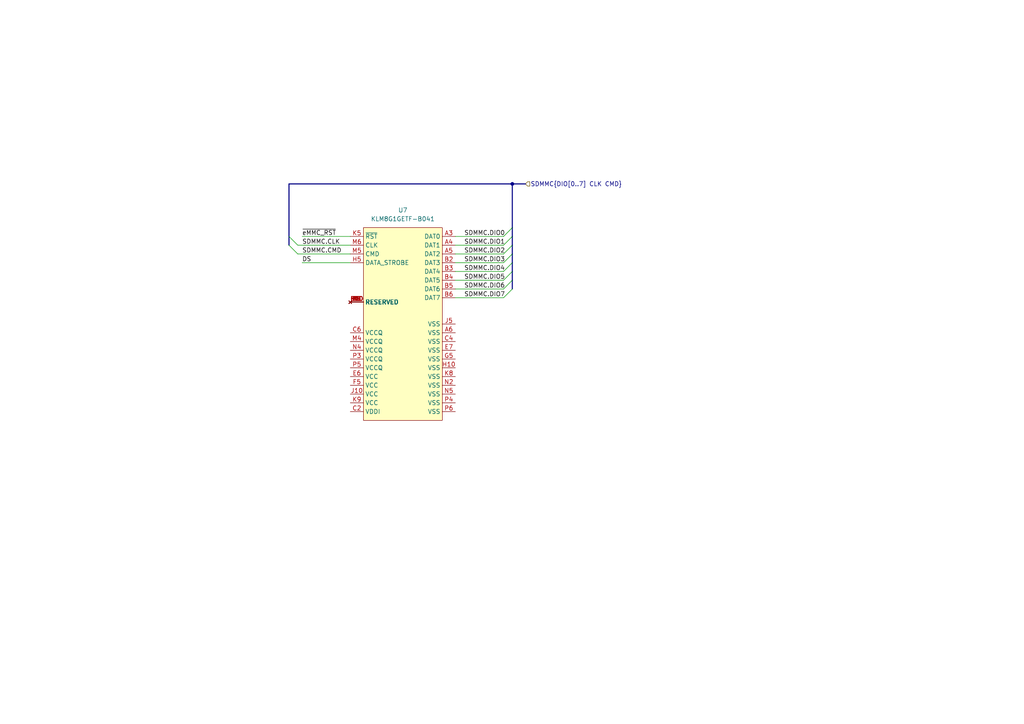
<source format=kicad_sch>
(kicad_sch (version 20250114) (generator "eeschema") (generator_version "9.0")
  (paper "A4")
  (lib_symbols
    (symbol "Memory_EMMC:KLM8G1GETF-B041-Samsung"
      (property "Reference" "U" (at 0 32.512 0))
      (property "Value" "KLM8G1GETF-B041" (at 0 29.972 0))
      (symbol "KLM8G1GETF-B041-Samsung_1_1"
        (rectangle (start -11.43 27.94) (end 11.43 -27.94) (fill (type background)))
        (pin input line (at -15.24 25.4 0) (length 3.81) (name "~{RST}") (number "K5"))
        (pin input line (at -15.24 22.86 0) (length 3.81) (name "CLK") (number "M6"))
        (pin input line (at -15.24 20.32 0) (length 3.81) (name "CMD") (number "M5"))
        (pin input line (at -15.24 17.78 0) (length 3.81) (name "DATA_STROBE") (number "H5"))
        (pin no_connect line (at -15.24 6.35 0) (length 3.81) (name "RESERVED") (number "A7"))
        (pin no_connect line (at -15.24 6.35 0) (length 3.81) (name "RESERVED") (number "E10"))
        (pin no_connect line (at -15.24 6.35 0) (length 3.81) (name "RESERVED") (number "E5"))
        (pin no_connect line (at -15.24 6.35 0) (length 3.81) (name "RESERVED") (number "E8"))
        (pin no_connect line (at -15.24 6.35 0) (length 3.81) (name "RESERVED") (number "E9"))
        (pin no_connect line (at -15.24 6.35 0) (length 3.81) (name "RESERVED") (number "F10"))
        (pin no_connect line (at -15.24 6.35 0) (length 3.81) (name "RESERVED") (number "G10"))
        (pin no_connect line (at -15.24 6.35 0) (length 3.81) (name "RESERVED") (number "G3"))
        (pin no_connect line (at -15.24 6.35 0) (length 3.81) (name "RESERVED") (number "K10"))
        (pin no_connect line (at -15.24 6.35 0) (length 3.81) (name "RESERVED") (number "K6"))
        (pin no_connect line (at -15.24 6.35 0) (length 3.81) (name "RESERVED") (number "K7"))
        (pin no_connect line (at -15.24 6.35 0) (length 3.81) (name "RESERVED") (number "P10"))
        (pin no_connect line (at -15.24 6.35 0) (length 3.81) (name "RESERVED") (number "P7"))
        (pin no_connect line (at -15.24 3.81 0) (length 3.81) (hide yes) (name "NC") (number "A1"))
        (pin no_connect line (at -15.24 3.81 0) (length 3.81) (hide yes) (name "NC") (number "A10"))
        (pin no_connect line (at -15.24 3.81 0) (length 3.81) (hide yes) (name "NC") (number "A11"))
        (pin no_connect line (at -15.24 3.81 0) (length 3.81) (hide yes) (name "NC") (number "A12"))
        (pin no_connect line (at -15.24 3.81 0) (length 3.81) (hide yes) (name "NC") (number "A13"))
        (pin no_connect line (at -15.24 3.81 0) (length 3.81) (hide yes) (name "NC") (number "A14"))
        (pin no_connect line (at -15.24 3.81 0) (length 3.81) (hide yes) (name "NC") (number "A2"))
        (pin no_connect line (at -15.24 3.81 0) (length 3.81) (hide yes) (name "NC") (number "A8"))
        (pin no_connect line (at -15.24 3.81 0) (length 3.81) (hide yes) (name "NC") (number "A9"))
        (pin no_connect line (at -15.24 3.81 0) (length 3.81) (hide yes) (name "NC") (number "B1"))
        (pin no_connect line (at -15.24 3.81 0) (length 3.81) (hide yes) (name "NC") (number "B10"))
        (pin no_connect line (at -15.24 3.81 0) (length 3.81) (hide yes) (name "NC") (number "B11"))
        (pin no_connect line (at -15.24 3.81 0) (length 3.81) (hide yes) (name "NC") (number "B12"))
        (pin no_connect line (at -15.24 3.81 0) (length 3.81) (hide yes) (name "NC") (number "B13"))
        (pin no_connect line (at -15.24 3.81 0) (length 3.81) (hide yes) (name "NC") (number "B14"))
        (pin no_connect line (at -15.24 3.81 0) (length 3.81) (hide yes) (name "NC") (number "B7"))
        (pin no_connect line (at -15.24 3.81 0) (length 3.81) (hide yes) (name "NC") (number "B8"))
        (pin no_connect line (at -15.24 3.81 0) (length 3.81) (hide yes) (name "NC") (number "B9"))
        (pin no_connect line (at -15.24 3.81 0) (length 3.81) (hide yes) (name "NC") (number "C1"))
        (pin no_connect line (at -15.24 3.81 0) (length 3.81) (hide yes) (name "NC") (number "C10"))
        (pin no_connect line (at -15.24 3.81 0) (length 3.81) (hide yes) (name "NC") (number "C11"))
        (pin no_connect line (at -15.24 3.81 0) (length 3.81) (hide yes) (name "NC") (number "C12"))
        (pin no_connect line (at -15.24 3.81 0) (length 3.81) (hide yes) (name "NC") (number "C13"))
        (pin no_connect line (at -15.24 3.81 0) (length 3.81) (hide yes) (name "NC") (number "C14"))
        (pin no_connect line (at -15.24 3.81 0) (length 3.81) (hide yes) (name "NC") (number "C3"))
        (pin no_connect line (at -15.24 3.81 0) (length 3.81) (hide yes) (name "NC") (number "C5"))
        (pin no_connect line (at -15.24 3.81 0) (length 3.81) (hide yes) (name "NC") (number "C7"))
        (pin no_connect line (at -15.24 3.81 0) (length 3.81) (hide yes) (name "NC") (number "C8"))
        (pin no_connect line (at -15.24 3.81 0) (length 3.81) (hide yes) (name "NC") (number "C9"))
        (pin no_connect line (at -15.24 3.81 0) (length 3.81) (hide yes) (name "NC") (number "D1"))
        (pin no_connect line (at -15.24 3.81 0) (length 3.81) (hide yes) (name "NC") (number "D12"))
        (pin no_connect line (at -15.24 3.81 0) (length 3.81) (hide yes) (name "NC") (number "D13"))
        (pin no_connect line (at -15.24 3.81 0) (length 3.81) (hide yes) (name "NC") (number "D14"))
        (pin no_connect line (at -15.24 3.81 0) (length 3.81) (hide yes) (name "NC") (number "D2"))
        (pin no_connect line (at -15.24 3.81 0) (length 3.81) (hide yes) (name "NC") (number "D3"))
        (pin no_connect line (at -15.24 3.81 0) (length 3.81) (hide yes) (name "NC") (number "D4"))
        (pin no_connect line (at -15.24 3.81 0) (length 3.81) (hide yes) (name "NC") (number "E1"))
        (pin no_connect line (at -15.24 3.81 0) (length 3.81) (hide yes) (name "NC") (number "E12"))
        (pin no_connect line (at -15.24 3.81 0) (length 3.81) (hide yes) (name "NC") (number "E13"))
        (pin no_connect line (at -15.24 3.81 0) (length 3.81) (hide yes) (name "NC") (number "E14"))
        (pin no_connect line (at -15.24 3.81 0) (length 3.81) (hide yes) (name "NC") (number "E2"))
        (pin no_connect line (at -15.24 3.81 0) (length 3.81) (hide yes) (name "NC") (number "E3"))
        (pin no_connect line (at -15.24 3.81 0) (length 3.81) (hide yes) (name "NC") (number "F1"))
        (pin no_connect line (at -15.24 3.81 0) (length 3.81) (hide yes) (name "NC") (number "F12"))
        (pin no_connect line (at -15.24 3.81 0) (length 3.81) (hide yes) (name "NC") (number "F13"))
        (pin no_connect line (at -15.24 3.81 0) (length 3.81) (hide yes) (name "NC") (number "F14"))
        (pin no_connect line (at -15.24 3.81 0) (length 3.81) (hide yes) (name "NC") (number "F2"))
        (pin no_connect line (at -15.24 3.81 0) (length 3.81) (hide yes) (name "NC") (number "F3"))
        (pin no_connect line (at -15.24 3.81 0) (length 3.81) (hide yes) (name "NC") (number "G1"))
        (pin no_connect line (at -15.24 3.81 0) (length 3.81) (hide yes) (name "NC") (number "G12"))
        (pin no_connect line (at -15.24 3.81 0) (length 3.81) (hide yes) (name "NC") (number "G13"))
        (pin no_connect line (at -15.24 3.81 0) (length 3.81) (hide yes) (name "NC") (number "G14"))
        (pin no_connect line (at -15.24 3.81 0) (length 3.81) (hide yes) (name "NC") (number "G2"))
        (pin no_connect line (at -15.24 3.81 0) (length 3.81) (hide yes) (name "NC") (number "H1"))
        (pin no_connect line (at -15.24 3.81 0) (length 3.81) (hide yes) (name "NC") (number "H12"))
        (pin no_connect line (at -15.24 3.81 0) (length 3.81) (hide yes) (name "NC") (number "H13"))
        (pin no_connect line (at -15.24 3.81 0) (length 3.81) (hide yes) (name "NC") (number "H14"))
        (pin no_connect line (at -15.24 3.81 0) (length 3.81) (hide yes) (name "NC") (number "H2"))
        (pin no_connect line (at -15.24 3.81 0) (length 3.81) (hide yes) (name "NC") (number "H3"))
        (pin no_connect line (at -15.24 3.81 0) (length 3.81) (hide yes) (name "NC") (number "J1"))
        (pin no_connect line (at -15.24 3.81 0) (length 3.81) (hide yes) (name "NC") (number "J12"))
        (pin no_connect line (at -15.24 3.81 0) (length 3.81) (hide yes) (name "NC") (number "J13"))
        (pin no_connect line (at -15.24 3.81 0) (length 3.81) (hide yes) (name "NC") (number "J14"))
        (pin no_connect line (at -15.24 3.81 0) (length 3.81) (hide yes) (name "NC") (number "J2"))
        (pin no_connect line (at -15.24 3.81 0) (length 3.81) (hide yes) (name "NC") (number "J3"))
        (pin no_connect line (at -15.24 3.81 0) (length 3.81) (hide yes) (name "NC") (number "K1"))
        (pin no_connect line (at -15.24 3.81 0) (length 3.81) (hide yes) (name "NC") (number "K12"))
        (pin no_connect line (at -15.24 3.81 0) (length 3.81) (hide yes) (name "NC") (number "K13"))
        (pin no_connect line (at -15.24 3.81 0) (length 3.81) (hide yes) (name "NC") (number "K14"))
        (pin no_connect line (at -15.24 3.81 0) (length 3.81) (hide yes) (name "NC") (number "K2"))
        (pin no_connect line (at -15.24 3.81 0) (length 3.81) (hide yes) (name "NC") (number "K3"))
        (pin no_connect line (at -15.24 3.81 0) (length 3.81) (hide yes) (name "NC") (number "L1"))
        (pin no_connect line (at -15.24 3.81 0) (length 3.81) (hide yes) (name "NC") (number "L12"))
        (pin no_connect line (at -15.24 3.81 0) (length 3.81) (hide yes) (name "NC") (number "L13"))
        (pin no_connect line (at -15.24 3.81 0) (length 3.81) (hide yes) (name "NC") (number "L14"))
        (pin no_connect line (at -15.24 3.81 0) (length 3.81) (hide yes) (name "NC") (number "L2"))
        (pin no_connect line (at -15.24 3.81 0) (length 3.81) (hide yes) (name "NC") (number "L3"))
        (pin no_connect line (at -15.24 3.81 0) (length 3.81) (hide yes) (name "NC") (number "M1"))
        (pin no_connect line (at -15.24 3.81 0) (length 3.81) (hide yes) (name "NC") (number "M10"))
        (pin no_connect line (at -15.24 3.81 0) (length 3.81) (hide yes) (name "NC") (number "M11"))
        (pin no_connect line (at -15.24 3.81 0) (length 3.81) (hide yes) (name "NC") (number "M12"))
        (pin no_connect line (at -15.24 3.81 0) (length 3.81) (hide yes) (name "NC") (number "M13"))
        (pin no_connect line (at -15.24 3.81 0) (length 3.81) (hide yes) (name "NC") (number "M14"))
        (pin no_connect line (at -15.24 3.81 0) (length 3.81) (hide yes) (name "NC") (number "M2"))
        (pin no_connect line (at -15.24 3.81 0) (length 3.81) (hide yes) (name "NC") (number "M3"))
        (pin no_connect line (at -15.24 3.81 0) (length 3.81) (hide yes) (name "NC") (number "M7"))
        (pin no_connect line (at -15.24 3.81 0) (length 3.81) (hide yes) (name "NC") (number "M8"))
        (pin no_connect line (at -15.24 3.81 0) (length 3.81) (hide yes) (name "NC") (number "M9"))
        (pin no_connect line (at -15.24 3.81 0) (length 3.81) (hide yes) (name "NC") (number "N1"))
        (pin no_connect line (at -15.24 3.81 0) (length 3.81) (hide yes) (name "NC") (number "N10"))
        (pin no_connect line (at -15.24 3.81 0) (length 3.81) (hide yes) (name "NC") (number "N11"))
        (pin no_connect line (at -15.24 3.81 0) (length 3.81) (hide yes) (name "NC") (number "N12"))
        (pin no_connect line (at -15.24 3.81 0) (length 3.81) (hide yes) (name "NC") (number "N13"))
        (pin no_connect line (at -15.24 3.81 0) (length 3.81) (hide yes) (name "NC") (number "N14"))
        (pin no_connect line (at -15.24 3.81 0) (length 3.81) (hide yes) (name "NC") (number "N3"))
        (pin no_connect line (at -15.24 3.81 0) (length 3.81) (hide yes) (name "NC") (number "N6"))
        (pin no_connect line (at -15.24 3.81 0) (length 3.81) (hide yes) (name "NC") (number "N7"))
        (pin no_connect line (at -15.24 3.81 0) (length 3.81) (hide yes) (name "NC") (number "N8"))
        (pin no_connect line (at -15.24 3.81 0) (length 3.81) (hide yes) (name "NC") (number "N9"))
        (pin no_connect line (at -15.24 3.81 0) (length 3.81) (hide yes) (name "NC") (number "P1"))
        (pin no_connect line (at -15.24 3.81 0) (length 3.81) (hide yes) (name "NC") (number "P11"))
        (pin no_connect line (at -15.24 3.81 0) (length 3.81) (hide yes) (name "NC") (number "P12"))
        (pin no_connect line (at -15.24 3.81 0) (length 3.81) (hide yes) (name "NC") (number "P13"))
        (pin no_connect line (at -15.24 3.81 0) (length 3.81) (hide yes) (name "NC") (number "P14"))
        (pin no_connect line (at -15.24 3.81 0) (length 3.81) (hide yes) (name "NC") (number "P2"))
        (pin no_connect line (at -15.24 3.81 0) (length 3.81) (hide yes) (name "NC") (number "P8"))
        (pin no_connect line (at -15.24 3.81 0) (length 3.81) (hide yes) (name "NC") (number "P9"))
        (pin power_in line (at -15.24 -2.54 0) (length 3.81) (name "VCCQ") (number "C6"))
        (pin power_in line (at -15.24 -5.08 0) (length 3.81) (name "VCCQ") (number "M4"))
        (pin power_in line (at -15.24 -7.62 0) (length 3.81) (name "VCCQ") (number "N4"))
        (pin power_in line (at -15.24 -10.16 0) (length 3.81) (name "VCCQ") (number "P3"))
        (pin power_in line (at -15.24 -12.7 0) (length 3.81) (name "VCCQ") (number "P5"))
        (pin power_in line (at -15.24 -15.24 0) (length 3.81) (name "VCC") (number "E6"))
        (pin power_in line (at -15.24 -17.78 0) (length 3.81) (name "VCC") (number "F5"))
        (pin power_in line (at -15.24 -20.32 0) (length 3.81) (name "VCC") (number "J10"))
        (pin power_in line (at -15.24 -22.86 0) (length 3.81) (name "VCC") (number "K9"))
        (pin power_in line (at -15.24 -25.4 0) (length 3.81) (name "VDDI") (number "C2"))
        (pin bidirectional line (at 15.24 25.4 180) (length 3.81) (name "DAT0") (number "A3"))
        (pin bidirectional line (at 15.24 22.86 180) (length 3.81) (name "DAT1") (number "A4"))
        (pin bidirectional line (at 15.24 20.32 180) (length 3.81) (name "DAT2") (number "A5"))
        (pin bidirectional line (at 15.24 17.78 180) (length 3.81) (name "DAT3") (number "B2"))
        (pin bidirectional line (at 15.24 15.24 180) (length 3.81) (name "DAT4") (number "B3"))
        (pin bidirectional line (at 15.24 12.7 180) (length 3.81) (name "DAT5") (number "B4"))
        (pin bidirectional line (at 15.24 10.16 180) (length 3.81) (name "DAT6") (number "B5"))
        (pin bidirectional line (at 15.24 7.62 180) (length 3.81) (name "DAT7") (number "B6"))
        (pin power_in line (at 15.24 0 180) (length 3.81) (name "VSS") (number "J5"))
        (pin power_in line (at 15.24 -2.54 180) (length 3.81) (name "VSS") (number "A6"))
        (pin power_in line (at 15.24 -5.08 180) (length 3.81) (name "VSS") (number "C4"))
        (pin power_in line (at 15.24 -7.62 180) (length 3.81) (name "VSS") (number "E7"))
        (pin power_in line (at 15.24 -10.16 180) (length 3.81) (name "VSS") (number "G5"))
        (pin power_in line (at 15.24 -12.7 180) (length 3.81) (name "VSS") (number "H10"))
        (pin power_in line (at 15.24 -15.24 180) (length 3.81) (name "VSS") (number "K8"))
        (pin power_in line (at 15.24 -17.78 180) (length 3.81) (name "VSS") (number "N2"))
        (pin power_in line (at 15.24 -20.32 180) (length 3.81) (name "VSS") (number "N5"))
        (pin power_in line (at 15.24 -22.86 180) (length 3.81) (name "VSS") (number "P4"))
        (pin power_in line (at 15.24 -25.4 180) (length 3.81) (name "VSS") (number "P6"))
      )
    )
  )
  (junction (at 148.59 53.34))
  (bus_entry (at 148.59 76.2) (size -2.54 2.54))
  (bus_entry (at 148.59 78.74) (size -2.54 2.54))
  (bus_entry (at 83.82 71.12) (size 2.54 2.54))
  (bus_entry (at 148.59 66.04) (size -2.54 2.54))
  (bus_entry (at 83.82 68.58) (size 2.54 2.54))
  (bus_entry (at 148.59 73.66) (size -2.54 2.54))
  (bus_entry (at 148.59 68.58) (size -2.54 2.54))
  (bus_entry (at 148.59 81.28) (size -2.54 2.54))
  (bus_entry (at 148.59 83.82) (size -2.54 2.54))
  (bus_entry (at 148.59 71.12) (size -2.54 2.54))
  (wire (pts (xy 87.63 68.58) (xy 101.6 68.58)))
  (wire (pts (xy 132.08 68.58) (xy 146.05 68.58)))
  (wire (pts (xy 132.08 81.28) (xy 146.05 81.28)))
  (bus (pts (xy 152.4 53.34) (xy 148.59 53.34)))
  (bus (pts (xy 148.59 81.28) (xy 148.59 83.82)))
  (wire (pts (xy 87.63 76.2) (xy 101.6 76.2)))
  (wire (pts (xy 132.08 71.12) (xy 146.05 71.12)))
  (wire (pts (xy 132.08 78.74) (xy 146.05 78.74)))
  (bus (pts (xy 148.59 53.34) (xy 83.82 53.34)))
  (wire (pts (xy 132.08 83.82) (xy 146.05 83.82)))
  (bus (pts (xy 148.59 71.12) (xy 148.59 73.66)))
  (wire (pts (xy 86.36 73.66) (xy 101.6 73.66)))
  (bus (pts (xy 83.82 53.34) (xy 83.82 68.58)))
  (bus (pts (xy 148.59 68.58) (xy 148.59 71.12)))
  (bus (pts (xy 148.59 66.04) (xy 148.59 68.58)))
  (bus (pts (xy 148.59 78.74) (xy 148.59 81.28)))
  (bus (pts (xy 148.59 53.34) (xy 148.59 66.04)))
  (bus (pts (xy 148.59 76.2) (xy 148.59 78.74)))
  (bus (pts (xy 148.59 73.66) (xy 148.59 76.2)))
  (wire (pts (xy 132.08 76.2) (xy 146.05 76.2)))
  (bus (pts (xy 83.82 68.58) (xy 83.82 71.12)))
  (wire (pts (xy 132.08 73.66) (xy 146.05 73.66)))
  (wire (pts (xy 132.08 86.36) (xy 146.05 86.36)))
  (wire (pts (xy 86.36 71.12) (xy 101.6 71.12)))
  (label "SDMMC.DIO1" (at 134.62 71.12 0))
  (label "SDMMC.DIO2" (at 134.62 73.66 0))
  (label "SDMMC.DIO5" (at 134.62 81.28 0))
  (label "SDMMC.DIO0" (at 134.62 68.58 0))
  (label "SDMMC.CLK" (at 87.63 71.12 0))
  (label "SDMMC.DIO6" (at 134.62 83.82 0))
  (label "~{eMMC_RST}" (at 87.63 68.58 0))
  (label "SDMMC.DIO4" (at 134.62 78.74 0))
  (label "SDMMC.DIO7" (at 134.62 86.36 0))
  (label "DS" (at 87.63 76.2 0))
  (label "SDMMC.DIO3" (at 134.62 76.2 0))
  (label "SDMMC.CMD" (at 87.63 73.66 0))
  (hierarchical_label "SDMMC{DIO[0..7] CLK CMD}" (shape input) (at 152.4 53.34 0))
  (symbol (lib_id "Memory_EMMC:KLM8G1GETF-B041-Samsung") (at 116.84 93.98 0) (unit 1)
    (property "Reference" "U7" (at 116.84 60.96 0))
    (property "Value" "KLM8G1GETF-B041" (at 116.84 63.5 0))
  )
)
</source>
